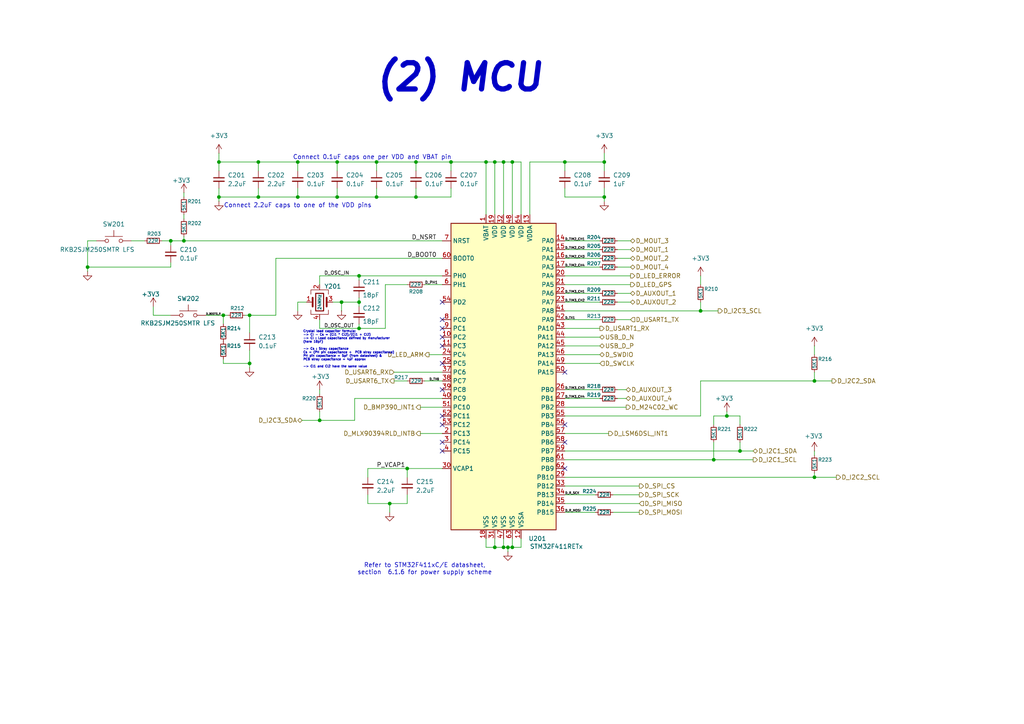
<source format=kicad_sch>
(kicad_sch (version 20250114) (generator "eeschema") (generator_version "9.0")
  (paper "A4")
  (title_block (title "Udayate") (date "2025-08-24") (rev "1") (comment 2 "LICENSE: CERN-OHL-S-2.0") (comment 3 "GitHub: https://github.com/Ozonised/Udayate") (comment 4 "Designed by: Farhan Khan"))
  (lib_symbols
    (symbol "Device:C_Small" (pin_numbers (hide yes)) (pin_names (offset 0.254) (hide yes))
      (property "Reference" "C" (at 0.254 1.778 0))
      (property "Value" "C_Small" (at 0.254 -2.032 0))
      (symbol "C_Small_0_1"
        (polyline (pts (xy -1.524 0.508) (xy 1.524 0.508)) (stroke (width 0.3048)))
        (polyline (pts (xy -1.524 -0.508) (xy 1.524 -0.508)) (stroke (width 0.3302)))
      )
      (symbol "C_Small_1_1"
        (pin passive line (at 0 2.54 270) (length 2.032) (name "~") (number "1"))
        (pin passive line (at 0 -2.54 90) (length 2.032) (name "~") (number "2"))
      )
    )
    (symbol "Device:Crystal_GND24" (pin_names (offset 1.016) (hide yes))
      (property "Reference" "Y" (at 3.175 5.08 0))
      (property "Value" "Crystal_GND24" (at 3.175 3.175 0))
      (symbol "Crystal_GND24_0_1"
        (polyline (pts (xy -2.54 2.286) (xy -2.54 3.556) (xy 2.54 3.556) (xy 2.54 2.286)))
        (polyline (pts (xy -2.54 0) (xy -2.032 0)))
        (polyline (pts (xy -2.54 -2.286) (xy -2.54 -3.556) (xy 2.54 -3.556) (xy 2.54 -2.286)))
        (polyline (pts (xy -2.032 -1.27) (xy -2.032 1.27)) (stroke (width 0.508)))
        (rectangle (start -1.143 2.54) (end 1.143 -2.54) (stroke (width 0.3048)))
        (polyline (pts (xy 0 3.556) (xy 0 3.81)))
        (polyline (pts (xy 0 -3.81) (xy 0 -3.556)))
        (polyline (pts (xy 2.032 0) (xy 2.54 0)))
        (polyline (pts (xy 2.032 -1.27) (xy 2.032 1.27)) (stroke (width 0.508)))
      )
      (symbol "Crystal_GND24_1_1"
        (pin passive line (at -3.81 0 0) (length 1.27) (name "1") (number "1"))
        (pin passive line (at 0 5.08 270) (length 1.27) (name "2") (number "2"))
        (pin passive line (at 0 -5.08 90) (length 1.27) (name "4") (number "4"))
        (pin passive line (at 3.81 0 180) (length 1.27) (name "3") (number "3"))
      )
    )
    (symbol "Device:R_Small" (pin_numbers (hide yes)) (pin_names (offset 0.254) (hide yes))
      (property "Reference" "R" (at 0 0 90))
      (property "Value" "R_Small" (at 1.778 0 90))
      (symbol "R_Small_0_1"
        (rectangle (start -0.762 1.778) (end 0.762 -1.778) (stroke (width 0.2032)))
      )
      (symbol "R_Small_1_1"
        (pin passive line (at 0 2.54 270) (length 0.762) (name "~") (number "1"))
        (pin passive line (at 0 -2.54 90) (length 0.762) (name "~") (number "2"))
      )
    )
    (symbol "MCU_ST_STM32F4:STM32F411RETx"
      (property "Reference" "U3" (at 7.2233 -45.72 0))
      (property "Value" "STM32F411RETx" (at 7.62 -48.006 0))
      (symbol "STM32F411RETx_0_1"
        (rectangle (start -15.24 45.72) (end 15.24 -43.18) (stroke (width 0.254)) (fill (type background)))
      )
      (symbol "STM32F411RETx_1_1"
        (pin input line (at -17.78 40.64 0) (length 2.54) (name "NRST") (number "7"))
        (pin input line (at -17.78 35.56 0) (length 2.54) (name "BOOT0") (number "60"))
        (pin bidirectional line (at -17.78 30.48 0) (length 2.54) (name "PH0") (number "5"))
        (pin bidirectional line (at -17.78 27.94 0) (length 2.54) (name "PH1") (number "6"))
        (pin bidirectional line (at -17.78 22.86 0) (length 2.54) (name "PD2") (number "54"))
        (pin bidirectional line (at -17.78 17.78 0) (length 2.54) (name "PC0") (number "8"))
        (pin bidirectional line (at -17.78 15.24 0) (length 2.54) (name "PC1") (number "9"))
        (pin bidirectional line (at -17.78 12.7 0) (length 2.54) (name "PC2") (number "10"))
        (pin bidirectional line (at -17.78 10.16 0) (length 2.54) (name "PC3") (number "11"))
        (pin bidirectional line (at -17.78 7.62 0) (length 2.54) (name "PC4") (number "24"))
        (pin bidirectional line (at -17.78 5.08 0) (length 2.54) (name "PC5") (number "25"))
        (pin bidirectional line (at -17.78 2.54 0) (length 2.54) (name "PC6") (number "37"))
        (pin bidirectional line (at -17.78 0 0) (length 2.54) (name "PC7") (number "38"))
        (pin bidirectional line (at -17.78 -2.54 0) (length 2.54) (name "PC8") (number "39"))
        (pin bidirectional line (at -17.78 -5.08 0) (length 2.54) (name "PC9") (number "40"))
        (pin bidirectional line (at -17.78 -7.62 0) (length 2.54) (name "PC10") (number "51"))
        (pin bidirectional line (at -17.78 -10.16 0) (length 2.54) (name "PC11") (number "52"))
        (pin bidirectional line (at -17.78 -12.7 0) (length 2.54) (name "PC12") (number "53"))
        (pin bidirectional line (at -17.78 -15.24 0) (length 2.54) (name "PC13") (number "2"))
        (pin bidirectional line (at -17.78 -17.78 0) (length 2.54) (name "PC14") (number "3"))
        (pin bidirectional line (at -17.78 -20.32 0) (length 2.54) (name "PC15") (number "4"))
        (pin power_out line (at -17.78 -25.4 0) (length 2.54) (name "VCAP1") (number "30"))
        (pin power_in line (at -5.08 48.26 270) (length 2.54) (name "VBAT") (number "1"))
        (pin power_in line (at -5.08 -45.72 90) (length 2.54) (name "VSS") (number "18"))
        (pin power_in line (at -2.54 48.26 270) (length 2.54) (name "VDD") (number "19"))
        (pin power_in line (at -2.54 -45.72 90) (length 2.54) (name "VSS") (number "31"))
        (pin power_in line (at 0 48.26 270) (length 2.54) (name "VDD") (number "32"))
        (pin power_in line (at 0 -45.72 90) (length 2.54) (name "VSS") (number "47"))
        (pin power_in line (at 2.54 48.26 270) (length 2.54) (name "VDD") (number "48"))
        (pin power_in line (at 2.54 -45.72 90) (length 2.54) (name "VSS") (number "63"))
        (pin power_in line (at 5.08 48.26 270) (length 2.54) (name "VDD") (number "64"))
        (pin power_in line (at 5.08 -45.72 90) (length 2.54) (name "VSSA") (number "12"))
        (pin power_in line (at 7.62 48.26 270) (length 2.54) (name "VDDA") (number "13"))
        (pin bidirectional line (at 17.78 40.64 180) (length 2.54) (name "PA0") (number "14"))
        (pin bidirectional line (at 17.78 38.1 180) (length 2.54) (name "PA1") (number "15"))
        (pin bidirectional line (at 17.78 35.56 180) (length 2.54) (name "PA2") (number "16"))
        (pin bidirectional line (at 17.78 33.02 180) (length 2.54) (name "PA3") (number "17"))
        (pin bidirectional line (at 17.78 30.48 180) (length 2.54) (name "PA4") (number "20"))
        (pin bidirectional line (at 17.78 27.94 180) (length 2.54) (name "PA5") (number "21"))
        (pin bidirectional line (at 17.78 25.4 180) (length 2.54) (name "PA6") (number "22"))
        (pin bidirectional line (at 17.78 22.86 180) (length 2.54) (name "PA7") (number "23"))
        (pin bidirectional line (at 17.78 20.32 180) (length 2.54) (name "PA8") (number "41"))
        (pin bidirectional line (at 17.78 17.78 180) (length 2.54) (name "PA9") (number "42"))
        (pin bidirectional line (at 17.78 15.24 180) (length 2.54) (name "PA10") (number "43"))
        (pin bidirectional line (at 17.78 12.7 180) (length 2.54) (name "PA11") (number "44"))
        (pin bidirectional line (at 17.78 10.16 180) (length 2.54) (name "PA12") (number "45"))
        (pin bidirectional line (at 17.78 7.62 180) (length 2.54) (name "PA13") (number "46"))
        (pin bidirectional line (at 17.78 5.08 180) (length 2.54) (name "PA14") (number "49"))
        (pin bidirectional line (at 17.78 2.54 180) (length 2.54) (name "PA15") (number "50"))
        (pin bidirectional line (at 17.78 -2.54 180) (length 2.54) (name "PB0") (number "26"))
        (pin bidirectional line (at 17.78 -5.08 180) (length 2.54) (name "PB1") (number "27"))
        (pin bidirectional line (at 17.78 -7.62 180) (length 2.54) (name "PB2") (number "28"))
        (pin bidirectional line (at 17.78 -10.16 180) (length 2.54) (name "PB3") (number "55"))
        (pin bidirectional line (at 17.78 -12.7 180) (length 2.54) (name "PB4") (number "56"))
        (pin bidirectional line (at 17.78 -15.24 180) (length 2.54) (name "PB5") (number "57"))
        (pin bidirectional line (at 17.78 -17.78 180) (length 2.54) (name "PB6") (number "58"))
        (pin bidirectional line (at 17.78 -20.32 180) (length 2.54) (name "PB7") (number "59"))
        (pin bidirectional line (at 17.78 -22.86 180) (length 2.54) (name "PB8") (number "61"))
        (pin bidirectional line (at 17.78 -25.4 180) (length 2.54) (name "PB9") (number "62"))
        (pin bidirectional line (at 17.78 -27.94 180) (length 2.54) (name "PB10") (number "29"))
        (pin bidirectional line (at 17.78 -30.48 180) (length 2.54) (name "PB12") (number "33"))
        (pin bidirectional line (at 17.78 -33.02 180) (length 2.54) (name "PB13") (number "34"))
        (pin bidirectional line (at 17.78 -35.56 180) (length 2.54) (name "PB14") (number "35"))
        (pin bidirectional line (at 17.78 -38.1 180) (length 2.54) (name "PB15") (number "36"))
      )
    )
    (symbol "Switch:SW_Push" (pin_numbers (hide yes)) (pin_names (offset 1.016) (hide yes))
      (property "Reference" "SW" (at 1.27 2.54 0))
      (property "Value" "SW_Push" (at 0 -1.524 0))
      (symbol "SW_Push_0_1"
        (circle (center -2.032 0) (radius 0.508))
        (polyline (pts (xy 0 1.27) (xy 0 3.048)))
        (circle (center 2.032 0) (radius 0.508))
        (polyline (pts (xy 2.54 1.27) (xy -2.54 1.27)))
        (pin passive line (at -5.08 0 0) (length 2.54) (name "1") (number "1"))
        (pin passive line (at 5.08 0 180) (length 2.54) (name "2") (number "2"))
      )
    )
    (symbol "power:+3V3" (power) (pin_numbers (hide yes)) (pin_names (offset 0) (hide yes))
      (property "Value" "+3V3" (at 0 3.556 0))
      (symbol "+3V3_0_1"
        (polyline (pts (xy -0.762 1.27) (xy 0 2.54)))
        (polyline (pts (xy 0 2.54) (xy 0.762 1.27)))
        (polyline (pts (xy 0 0) (xy 0 2.54)))
      )
      (symbol "+3V3_1_1"
        (pin power_in line (at 0 0 90) (length 0) (name "~") (number "1"))
      )
    )
    (symbol "power:GND" (power) (pin_numbers (hide yes)) (pin_names (offset 0) (hide yes))
      (property "Value" "GND" (at 0 -3.81 0))
      (symbol "GND_0_1"
        (polyline (pts (xy 0 0) (xy 0 -1.27) (xy 1.27 -1.27) (xy 0 -2.54) (xy -1.27 -1.27) (xy 0 -1.27)))
      )
      (symbol "GND_1_1"
        (pin power_in line (at 0 0 270) (length 0) (name "~") (number "1"))
      )
    )
  )
  (text "Connect 0.1uF caps one per VDD and VBAT pin" (at 107.95 45.72 0) (effects (font (size 1.27 1.27))))
  (text "Refer to STM32F411xC/E datasheet,\nsection  6.1.6 for power supply scheme" (at 123.19 165.1 0) (effects (font (size 1.27 1.27))))
  (text "Connect 2.2uF caps to one of the VDD pins" (at 86.36 59.69 0) (effects (font (size 1.27 1.27))))
  (text "(2) MCU" (at 133.35 22.606 0) (effects (font (size 7.62 7.62) (thickness 1.524) (bold yes) (italic yes))))
  (text "Crystal load capacitor formula:\n-> Cl - Cs = (Cl1 * Cl2)/(Cl1 + Cl2)\n-> Cl : Load capacitance defined by manufacturer\n(here 18pF)\n\n-> Cs : Stray capacitance\nCs = (PH pin capacitance +  PCB stray capacitance)\nPH pin capacitance = 5pF (from datasheet) & \nPCB stray capacitance = 4pF approx\n\n-> Cl1 and Cl2 have the same value" (at 87.884 101.346 0) (effects (font (size 0.635 0.635)) (justify left)))
  (junction (at 72.39 105.41))
  (junction (at 146.05 46.99))
  (junction (at 120.65 57.15))
  (junction (at 203.2 90.17))
  (junction (at 25.4 77.47))
  (junction (at 214.63 130.81))
  (junction (at 72.39 91.44))
  (junction (at 92.71 121.92))
  (junction (at 130.81 46.99))
  (junction (at 74.93 57.15))
  (junction (at 236.22 138.43))
  (junction (at 148.59 158.75))
  (junction (at 207.01 133.35))
  (junction (at 113.03 146.05))
  (junction (at 86.36 46.99))
  (junction (at 53.34 69.85))
  (junction (at 109.22 57.15))
  (junction (at 147.32 158.75))
  (junction (at 74.93 46.99))
  (junction (at 236.22 110.49))
  (junction (at 64.77 91.44))
  (junction (at 143.51 46.99))
  (junction (at 104.14 80.01))
  (junction (at 146.05 158.75))
  (junction (at 104.14 95.25))
  (junction (at 148.59 46.99))
  (junction (at 99.06 87.63))
  (junction (at 143.51 158.75))
  (junction (at 175.26 46.99))
  (junction (at 109.22 46.99))
  (junction (at 120.65 46.99))
  (junction (at 63.5 57.15))
  (junction (at 104.14 87.63))
  (junction (at 97.79 46.99))
  (junction (at 49.53 69.85))
  (junction (at 118.11 135.89))
  (junction (at 140.97 46.99))
  (junction (at 163.83 46.99))
  (junction (at 63.5 46.99))
  (junction (at 210.82 120.65))
  (junction (at 97.79 57.15))
  (junction (at 175.26 57.15))
  (junction (at 86.36 57.15))
  (no_connect (at 163.83 107.95))
  (no_connect (at 128.27 113.03))
  (no_connect (at 163.83 128.27))
  (no_connect (at 163.83 123.19))
  (no_connect (at 128.27 123.19))
  (no_connect (at 128.27 120.65))
  (no_connect (at 128.27 130.81))
  (no_connect (at 128.27 97.79))
  (no_connect (at 163.83 135.89))
  (no_connect (at 128.27 95.25))
  (no_connect (at 128.27 92.71))
  (no_connect (at 128.27 105.41))
  (no_connect (at 128.27 100.33))
  (no_connect (at 128.27 87.63))
  (no_connect (at 128.27 128.27))
  (wire (pts (xy 109.22 54.61) (xy 109.22 57.15)))
  (wire (pts (xy 74.93 46.99) (xy 74.93 49.53)))
  (wire (pts (xy 236.22 100.33) (xy 236.22 102.87)))
  (wire (pts (xy 111.76 82.55) (xy 118.11 82.55)))
  (wire (pts (xy 71.12 91.44) (xy 72.39 91.44)))
  (wire (pts (xy 163.83 57.15) (xy 175.26 57.15)))
  (wire (pts (xy 182.88 77.47) (xy 179.07 77.47)))
  (wire (pts (xy 97.79 46.99) (xy 97.79 49.53)))
  (wire (pts (xy 163.83 148.59) (xy 172.72 148.59)))
  (wire (pts (xy 130.81 46.99) (xy 130.81 49.53)))
  (wire (pts (xy 63.5 46.99) (xy 63.5 49.53)))
  (wire (pts (xy 49.53 69.85) (xy 53.34 69.85)))
  (wire (pts (xy 163.83 138.43) (xy 236.22 138.43)))
  (wire (pts (xy 148.59 156.21) (xy 148.59 158.75)))
  (wire (pts (xy 102.87 115.57) (xy 128.27 115.57)))
  (wire (pts (xy 97.79 54.61) (xy 97.79 57.15)))
  (wire (pts (xy 214.63 123.19) (xy 214.63 120.65)))
  (wire (pts (xy 163.83 77.47) (xy 173.99 77.47)))
  (wire (pts (xy 163.83 146.05) (xy 185.42 146.05)))
  (wire (pts (xy 46.99 69.85) (xy 49.53 69.85)))
  (wire (pts (xy 88.9 87.63) (xy 86.36 87.63)))
  (wire (pts (xy 214.63 130.81) (xy 218.44 130.81)))
  (wire (pts (xy 163.83 87.63) (xy 173.99 87.63)))
  (wire (pts (xy 146.05 46.99) (xy 146.05 62.23)))
  (wire (pts (xy 72.39 101.6) (xy 72.39 105.41)))
  (wire (pts (xy 86.36 49.53) (xy 86.36 46.99)))
  (wire (pts (xy 64.77 91.44) (xy 66.04 91.44)))
  (wire (pts (xy 109.22 57.15) (xy 120.65 57.15)))
  (wire (pts (xy 210.82 120.65) (xy 214.63 120.65)))
  (wire (pts (xy 148.59 46.99) (xy 148.59 62.23)))
  (wire (pts (xy 102.87 115.57) (xy 102.87 121.92)))
  (wire (pts (xy 151.13 156.21) (xy 151.13 158.75)))
  (wire (pts (xy 104.14 87.63) (xy 104.14 88.9)))
  (wire (pts (xy 86.36 57.15) (xy 86.36 54.61)))
  (wire (pts (xy 182.88 69.85) (xy 179.07 69.85)))
  (wire (pts (xy 123.19 110.49) (xy 128.27 110.49)))
  (wire (pts (xy 163.83 90.17) (xy 203.2 90.17)))
  (wire (pts (xy 106.68 135.89) (xy 106.68 138.43)))
  (wire (pts (xy 86.36 46.99) (xy 97.79 46.99)))
  (wire (pts (xy 104.14 80.01) (xy 104.14 81.28)))
  (wire (pts (xy 130.81 46.99) (xy 140.97 46.99)))
  (wire (pts (xy 49.53 91.44) (xy 44.45 91.44)))
  (wire (pts (xy 236.22 130.81) (xy 236.22 132.08)))
  (wire (pts (xy 63.5 46.99) (xy 74.93 46.99)))
  (wire (pts (xy 140.97 46.99) (xy 143.51 46.99)))
  (wire (pts (xy 163.83 92.71) (xy 173.99 92.71)))
  (wire (pts (xy 163.83 54.61) (xy 163.83 57.15)))
  (wire (pts (xy 175.26 57.15) (xy 175.26 58.42)))
  (wire (pts (xy 38.1 69.85) (xy 41.91 69.85)))
  (wire (pts (xy 92.71 121.92) (xy 102.87 121.92)))
  (wire (pts (xy 118.11 135.89) (xy 128.27 135.89)))
  (wire (pts (xy 214.63 128.27) (xy 214.63 130.81)))
  (wire (pts (xy 143.51 158.75) (xy 146.05 158.75)))
  (wire (pts (xy 163.83 69.85) (xy 173.99 69.85)))
  (wire (pts (xy 163.83 113.03) (xy 173.99 113.03)))
  (wire (pts (xy 210.82 119.38) (xy 210.82 120.65)))
  (wire (pts (xy 104.14 93.98) (xy 104.14 95.25)))
  (wire (pts (xy 177.8 148.59) (xy 185.42 148.59)))
  (wire (pts (xy 104.14 86.36) (xy 104.14 87.63)))
  (wire (pts (xy 151.13 62.23) (xy 151.13 46.99)))
  (wire (pts (xy 175.26 54.61) (xy 175.26 57.15)))
  (wire (pts (xy 179.07 92.71) (xy 182.88 92.71)))
  (wire (pts (xy 74.93 57.15) (xy 74.93 54.61)))
  (wire (pts (xy 148.59 46.99) (xy 151.13 46.99)))
  (wire (pts (xy 181.61 115.57) (xy 179.07 115.57)))
  (wire (pts (xy 163.83 49.53) (xy 163.83 46.99)))
  (wire (pts (xy 143.51 46.99) (xy 146.05 46.99)))
  (wire (pts (xy 181.61 113.03) (xy 179.07 113.03)))
  (wire (pts (xy 163.83 100.33) (xy 173.99 100.33)))
  (wire (pts (xy 163.83 95.25) (xy 173.99 95.25)))
  (wire (pts (xy 163.83 82.55) (xy 182.88 82.55)))
  (wire (pts (xy 97.79 57.15) (xy 109.22 57.15)))
  (wire (pts (xy 163.83 46.99) (xy 175.26 46.99)))
  (wire (pts (xy 92.71 80.01) (xy 92.71 82.55)))
  (wire (pts (xy 207.01 133.35) (xy 218.44 133.35)))
  (wire (pts (xy 163.83 133.35) (xy 207.01 133.35)))
  (wire (pts (xy 80.01 74.93) (xy 80.01 91.44)))
  (wire (pts (xy 106.68 146.05) (xy 113.03 146.05)))
  (wire (pts (xy 146.05 156.21) (xy 146.05 158.75)))
  (wire (pts (xy 104.14 95.25) (xy 111.76 95.25)))
  (wire (pts (xy 104.14 80.01) (xy 128.27 80.01)))
  (wire (pts (xy 163.83 143.51) (xy 172.72 143.51)))
  (wire (pts (xy 109.22 46.99) (xy 120.65 46.99)))
  (wire (pts (xy 59.69 91.44) (xy 64.77 91.44)))
  (wire (pts (xy 121.92 125.73) (xy 128.27 125.73)))
  (wire (pts (xy 120.65 54.61) (xy 120.65 57.15)))
  (wire (pts (xy 120.65 57.15) (xy 130.81 57.15)))
  (wire (pts (xy 123.19 82.55) (xy 128.27 82.55)))
  (wire (pts (xy 53.34 69.85) (xy 128.27 69.85)))
  (wire (pts (xy 113.03 146.05) (xy 113.03 148.59)))
  (wire (pts (xy 182.88 87.63) (xy 179.07 87.63)))
  (wire (pts (xy 92.71 113.03) (xy 92.71 114.3)))
  (wire (pts (xy 74.93 57.15) (xy 86.36 57.15)))
  (wire (pts (xy 111.76 82.55) (xy 111.76 95.25)))
  (wire (pts (xy 74.93 46.99) (xy 86.36 46.99)))
  (wire (pts (xy 124.46 102.87) (xy 128.27 102.87)))
  (wire (pts (xy 97.79 46.99) (xy 109.22 46.99)))
  (wire (pts (xy 27.94 69.85) (xy 25.4 69.85)))
  (wire (pts (xy 64.77 105.41) (xy 72.39 105.41)))
  (wire (pts (xy 146.05 46.99) (xy 148.59 46.99)))
  (wire (pts (xy 44.45 88.9) (xy 44.45 91.44)))
  (wire (pts (xy 25.4 77.47) (xy 49.53 77.47)))
  (wire (pts (xy 203.2 80.01) (xy 203.2 82.55)))
  (wire (pts (xy 63.5 57.15) (xy 63.5 58.42)))
  (wire (pts (xy 128.27 74.93) (xy 80.01 74.93)))
  (wire (pts (xy 53.34 55.88) (xy 53.34 57.15)))
  (wire (pts (xy 163.83 118.11) (xy 181.61 118.11)))
  (wire (pts (xy 163.83 140.97) (xy 185.42 140.97)))
  (wire (pts (xy 72.39 91.44) (xy 80.01 91.44)))
  (wire (pts (xy 163.83 80.01) (xy 182.88 80.01)))
  (wire (pts (xy 64.77 91.44) (xy 64.77 93.98)))
  (wire (pts (xy 140.97 46.99) (xy 140.97 62.23)))
  (wire (pts (xy 175.26 44.45) (xy 175.26 46.99)))
  (wire (pts (xy 49.53 77.47) (xy 49.53 76.2)))
  (wire (pts (xy 64.77 104.14) (xy 64.77 105.41)))
  (wire (pts (xy 148.59 158.75) (xy 151.13 158.75)))
  (wire (pts (xy 203.2 90.17) (xy 208.28 90.17)))
  (wire (pts (xy 25.4 77.47) (xy 25.4 78.74)))
  (wire (pts (xy 163.83 125.73) (xy 176.53 125.73)))
  (wire (pts (xy 96.52 87.63) (xy 99.06 87.63)))
  (wire (pts (xy 53.34 62.23) (xy 53.34 63.5)))
  (wire (pts (xy 86.36 87.63) (xy 86.36 90.17)))
  (wire (pts (xy 49.53 69.85) (xy 49.53 71.12)))
  (wire (pts (xy 106.68 143.51) (xy 106.68 146.05)))
  (wire (pts (xy 236.22 107.95) (xy 236.22 110.49)))
  (wire (pts (xy 114.3 107.95) (xy 128.27 107.95)))
  (wire (pts (xy 106.68 135.89) (xy 118.11 135.89)))
  (wire (pts (xy 118.11 135.89) (xy 118.11 138.43)))
  (wire (pts (xy 163.83 97.79) (xy 173.99 97.79)))
  (wire (pts (xy 63.5 57.15) (xy 74.93 57.15)))
  (wire (pts (xy 120.65 46.99) (xy 120.65 49.53)))
  (wire (pts (xy 163.83 85.09) (xy 173.99 85.09)))
  (wire (pts (xy 177.8 143.51) (xy 185.42 143.51)))
  (wire (pts (xy 72.39 91.44) (xy 72.39 96.52)))
  (wire (pts (xy 146.05 158.75) (xy 147.32 158.75)))
  (wire (pts (xy 236.22 138.43) (xy 242.57 138.43)))
  (wire (pts (xy 109.22 46.99) (xy 109.22 49.53)))
  (wire (pts (xy 203.2 87.63) (xy 203.2 90.17)))
  (wire (pts (xy 182.88 85.09) (xy 179.07 85.09)))
  (wire (pts (xy 173.99 105.41) (xy 163.83 105.41)))
  (wire (pts (xy 163.83 74.93) (xy 173.99 74.93)))
  (wire (pts (xy 203.2 120.65) (xy 203.2 110.49)))
  (wire (pts (xy 92.71 95.25) (xy 104.14 95.25)))
  (wire (pts (xy 114.3 110.49) (xy 118.11 110.49)))
  (wire (pts (xy 120.65 46.99) (xy 130.81 46.99)))
  (wire (pts (xy 86.36 57.15) (xy 97.79 57.15)))
  (wire (pts (xy 92.71 80.01) (xy 104.14 80.01)))
  (wire (pts (xy 203.2 110.49) (xy 236.22 110.49)))
  (wire (pts (xy 175.26 46.99) (xy 175.26 49.53)))
  (wire (pts (xy 143.51 156.21) (xy 143.51 158.75)))
  (wire (pts (xy 153.67 46.99) (xy 163.83 46.99)))
  (wire (pts (xy 143.51 46.99) (xy 143.51 62.23)))
  (wire (pts (xy 92.71 119.38) (xy 92.71 121.92)))
  (wire (pts (xy 182.88 74.93) (xy 179.07 74.93)))
  (wire (pts (xy 118.11 146.05) (xy 118.11 143.51)))
  (wire (pts (xy 207.01 120.65) (xy 207.01 123.19)))
  (wire (pts (xy 53.34 68.58) (xy 53.34 69.85)))
  (wire (pts (xy 147.32 158.75) (xy 148.59 158.75)))
  (wire (pts (xy 92.71 92.71) (xy 92.71 95.25)))
  (wire (pts (xy 87.63 121.92) (xy 92.71 121.92)))
  (wire (pts (xy 163.83 120.65) (xy 203.2 120.65)))
  (wire (pts (xy 72.39 105.41) (xy 72.39 106.68)))
  (wire (pts (xy 63.5 54.61) (xy 63.5 57.15)))
  (wire (pts (xy 140.97 158.75) (xy 143.51 158.75)))
  (wire (pts (xy 163.83 130.81) (xy 214.63 130.81)))
  (wire (pts (xy 163.83 115.57) (xy 173.99 115.57)))
  (wire (pts (xy 130.81 54.61) (xy 130.81 57.15)))
  (wire (pts (xy 173.99 102.87) (xy 163.83 102.87)))
  (wire (pts (xy 25.4 69.85) (xy 25.4 77.47)))
  (wire (pts (xy 182.88 72.39) (xy 179.07 72.39)))
  (wire (pts (xy 236.22 137.16) (xy 236.22 138.43)))
  (wire (pts (xy 63.5 44.45) (xy 63.5 46.99)))
  (wire (pts (xy 163.83 72.39) (xy 173.99 72.39)))
  (wire (pts (xy 121.92 118.11) (xy 128.27 118.11)))
  (wire (pts (xy 99.06 87.63) (xy 104.14 87.63)))
  (wire (pts (xy 153.67 46.99) (xy 153.67 62.23)))
  (wire (pts (xy 113.03 146.05) (xy 118.11 146.05)))
  (wire (pts (xy 207.01 128.27) (xy 207.01 133.35)))
  (wire (pts (xy 140.97 156.21) (xy 140.97 158.75)))
  (wire (pts (xy 236.22 110.49) (xy 241.3 110.49)))
  (wire (pts (xy 147.32 158.75) (xy 147.32 160.02)))
  (wire (pts (xy 207.01 120.65) (xy 210.82 120.65)))
  (wire (pts (xy 99.06 87.63) (xy 99.06 90.17)))
  (label "D_TIM2_CH1" (at 163.83 69.85 0) (effects (font (size 0.635 0.635))))
  (label "D_TX6" (at 124.46 110.49 0) (effects (font (size 0.635 0.635))))
  (label "D_TIM3_CH2" (at 163.83 87.63 0) (effects (font (size 0.635 0.635))))
  (label "D_TIM3_CH3" (at 163.83 113.03 0) (effects (font (size 0.635 0.635))))
  (label "D_TIM2_CH3" (at 163.83 74.93 0) (effects (font (size 0.635 0.635))))
  (label "D_TIM2_CH4" (at 163.83 77.47 0) (effects (font (size 0.635 0.635))))
  (label "P_VCAP1" (at 109.22 135.89 0))
  (label "D_BOOT0" (at 118.11 74.93 0))
  (label "D_TX1" (at 163.83 92.71 0) (effects (font (size 0.635 0.635))))
  (label "D_R_SCK" (at 163.83 143.51 0) (effects (font (size 0.635 0.635))))
  (label "D_TIM3_CH4" (at 163.83 115.57 0) (effects (font (size 0.635 0.635))))
  (label "D_NSRT" (at 119.38 69.85 0))
  (label "D_OSC_OUT" (at 93.98 95.25 0) (effects (font (size 1.016 1.016))))
  (label "D_OSC_IN" (at 93.98 80.01 0) (effects (font (size 1.016 1.016))))
  (label "D_PH1" (at 123.19 82.55 0) (effects (font (size 0.762 0.762))))
  (label "D_TIM3_CH1" (at 163.83 85.09 0) (effects (font (size 0.635 0.635))))
  (label "D_R_MOSI" (at 163.83 148.59 0) (effects (font (size 0.635 0.635))))
  (label "D_BOOT0_R" (at 59.69 91.44 0) (effects (font (size 0.508 0.508))))
  (label "D_TIM2_CH2" (at 163.83 72.39 0) (effects (font (size 0.635 0.635))))
  (hierarchical_label "D_MOUT_2" (shape bidirectional) (at 182.88 74.93 0))
  (hierarchical_label "D_SWCLK" (shape input) (at 173.99 105.41 0))
  (hierarchical_label "D_LED_ARM" (shape output) (at 124.46 102.87 180) (effects (font (thickness 0.1588))))
  (hierarchical_label "D_AUXOUT_1" (shape bidirectional) (at 182.88 85.09 0))
  (hierarchical_label "D_I2C2_SCL" (shape output) (at 242.57 138.43 0))
  (hierarchical_label "D_I2C1_SDA" (shape bidirectional) (at 218.44 130.81 0))
  (hierarchical_label "USB_D_N" (shape bidirectional) (at 173.99 97.79 0))
  (hierarchical_label "D_SPI_SCK" (shape output) (at 185.42 143.51 0))
  (hierarchical_label "D_M24C02_WC" (shape output) (at 181.61 118.11 0))
  (hierarchical_label "D_I2C1_SCL" (shape output) (at 218.44 133.35 0))
  (hierarchical_label "D_SPI_MOSI" (shape output) (at 185.42 148.59 0))
  (hierarchical_label "D_USART1_TX" (shape input) (at 182.88 92.71 0))
  (hierarchical_label "D_USART6_TX" (shape output) (at 114.3 110.49 180))
  (hierarchical_label "D_I2C3_SCL" (shape output) (at 208.28 90.17 0))
  (hierarchical_label "D_SWDIO" (shape bidirectional) (at 173.99 102.87 0))
  (hierarchical_label "D_SPI_MISO" (shape input) (at 185.42 146.05 0))
  (hierarchical_label "USB_D_P" (shape bidirectional) (at 173.99 100.33 0))
  (hierarchical_label "D_LSM6DSL_INT1" (shape output) (at 176.53 125.73 0))
  (hierarchical_label "D_MOUT_4" (shape bidirectional) (at 182.88 77.47 0))
  (hierarchical_label "D_MOUT_3" (shape bidirectional) (at 182.88 69.85 0))
  (hierarchical_label "D_BMP390_INT1" (shape output) (at 121.92 118.11 180))
  (hierarchical_label "D_AUXOUT_4" (shape bidirectional) (at 181.61 115.57 0))
  (hierarchical_label "D_AUXOUT_3" (shape bidirectional) (at 181.61 113.03 0))
  (hierarchical_label "D_I2C3_SDA" (shape bidirectional) (at 87.63 121.92 180))
  (hierarchical_label "D_USART1_RX" (shape output) (at 173.99 95.25 0))
  (hierarchical_label "D_LED_GPS" (shape output) (at 182.88 82.55 0) (effects (font (thickness 0.1588))))
  (hierarchical_label "D_MOUT_1" (shape bidirectional) (at 182.88 72.39 0))
  (hierarchical_label "D_SPI_CS" (shape output) (at 185.42 140.97 0))
  (hierarchical_label "D_LED_ERROR" (shape output) (at 182.88 80.01 0) (effects (font (thickness 0.1588))))
  (hierarchical_label "D_MLX90394RLD_INTB" (shape output) (at 121.92 125.73 180))
  (hierarchical_label "D_USART6_RX" (shape input) (at 114.3 107.95 180))
  (hierarchical_label "D_AUXOUT_2" (shape bidirectional) (at 182.88 87.63 0))
  (hierarchical_label "D_I2C2_SDA" (shape output) (at 241.3 110.49 0))
  (symbol (lib_id "MCU_ST_STM32F4:STM32F411RETx") (at 146.05 110.49 0) (unit 1)
    (property "Reference" "U201" (at 153.2733 156.21 0) (effects (justify left)))
    (property "Value" "STM32F411RETx" (at 153.67 158.496 0) (effects (justify left)))
    (property "Footprint" "Package_QFP:LQFP-64_10x10mm_P0.5mm" (effects (hide yes)))
    (property "Datasheet" "https://www.st.com/resource/en/datasheet/stm32f411re.pdf" (effects (hide yes)))
    (property "Description" "STMicroelectronics Arm Cortex-M4 MCU, 512KB flash, 128KB RAM, 100 MHz, 1.7-3.6V, 50 GPIO, LQFP64" (effects (hide yes)))
    (property "MPN" "STM32F411RET6" (effects (hide yes)))
    (property "Manufacturer" "STMicroelectronics" (effects (hide yes)))
  )
  (symbol (lib_id "Device:C_Small") (at 104.14 91.44 0) (unit 1)
    (property "Reference" "C212" (at 105.156 89.408 0) (effects (justify left)))
    (property "Value" "18pF" (at 105.156 93.218 0) (effects (justify left)))
    (property "Footprint" "Capacitor_SMD:C_0603_1608Metric_Pad1.08x0.95mm_HandSolder" (effects (hide yes)))
    (property "Description" "Unpolarized capacitor, small symbol" (effects (hide yes)))
    (property "MPN" "06035A180JAT4A" (effects (hide yes)))
    (property "Manufacturer" "AVX" (effects (hide yes)))
  )
  (symbol (lib_id "Device:R_Small") (at 176.53 69.85 270) (unit 1)
    (property "Reference" "R204" (at 170.18 68.834 90) (effects (font (size 1.016 1.016)) (justify left)))
    (property "Value" "22R" (at 175.006 69.85 90) (effects (font (size 1.016 1.016)) (justify left)))
    (property "Footprint" "Resistor_SMD:R_0603_1608Metric_Pad0.98x0.95mm_HandSolder" (effects (hide yes)))
    (property "Description" "Resistor, small symbol" (effects (hide yes)))
    (property "MPN" "CR0603-FX-22R0ELF" (effects (hide yes)))
    (property "Manufacturer" "Bourns" (effects (hide yes)))
  )
  (symbol (lib_id "Device:C_Small") (at 86.36 52.07 0) (unit 1)
    (property "Reference" "C203" (at 88.9 50.8062 0) (effects (justify left)))
    (property "Value" "0.1uF" (at 88.9 53.3462 0) (effects (justify left)))
    (property "Footprint" "Capacitor_SMD:C_0603_1608Metric_Pad1.08x0.95mm_HandSolder" (effects (hide yes)))
    (property "Description" "Unpolarized capacitor, small symbol" (effects (hide yes)))
    (property "MPN" "C1608X5R1H104K080AA" (effects (hide yes)))
    (property "Manufacturer" "TDK" (effects (hide yes)))
  )
  (symbol (lib_id "Device:C_Small") (at 63.5 52.07 0) (unit 1)
    (property "Reference" "C201" (at 66.04 50.8062 0) (effects (justify left)))
    (property "Value" "2.2uF" (at 66.04 53.3462 0) (effects (justify left)))
    (property "Footprint" "Capacitor_SMD:C_0805_2012Metric_Pad1.18x1.45mm_HandSolder" (effects (hide yes)))
    (property "Description" "Ceramic Capacitor, Ceramic, 16V, 20% +Tol, 20% -Tol, X7R, 15% TC, 2.2uF, Surface Mount, 0805" (effects (hide yes)))
    (property "MPN" "GCM21BR71C225MA64L" (effects (hide yes)))
    (property "Manufacturer" "Murata" (effects (hide yes)))
  )
  (symbol (lib_id "power:+3V3") (at 63.5 44.45 0) (unit 1)
    (property "Reference" "#PWR0201" (effects (hide yes)))
    (property "Value" "+3V3" (at 63.5 39.37 0))
    (property "Description" "Power symbol creates a global label with name \"+3V3\"" (effects (hide yes)))
  )
  (symbol (lib_id "Device:R_Small") (at 176.53 74.93 270) (unit 1)
    (property "Reference" "R206" (at 170.18 73.914 90) (effects (font (size 1.016 1.016)) (justify left)))
    (property "Value" "22R" (at 175.006 74.93 90) (effects (font (size 1.016 1.016)) (justify left)))
    (property "Footprint" "Resistor_SMD:R_0603_1608Metric_Pad0.98x0.95mm_HandSolder" (effects (hide yes)))
    (property "Description" "Resistor, small symbol" (effects (hide yes)))
    (property "MPN" "CR0603-FX-22R0ELF" (effects (hide yes)))
    (property "Manufacturer" "Bourns" (effects (hide yes)))
  )
  (symbol (lib_id "Device:R_Small") (at 236.22 134.62 0) (unit 1)
    (property "Reference" "R223" (at 237.236 133.35 0) (effects (font (size 1.016 1.016)) (justify left)))
    (property "Value" "5K1" (at 236.22 136.144 90) (effects (font (size 1.016 1.016)) (justify left)))
    (property "Footprint" "Resistor_SMD:R_0603_1608Metric_Pad0.98x0.95mm_HandSolder" (effects (hide yes)))
    (property "Description" "Resistor, small symbol" (effects (hide yes)))
    (property "MPN" "CR0603-FX-5101ELF" (effects (hide yes)))
    (property "Manufacturer" "Bourns" (effects (hide yes)))
  )
  (symbol (lib_id "Device:Crystal_GND24") (at 92.71 87.63 0) (unit 1)
    (property "Reference" "Y201" (at 96.52 83.058 0))
    (property "Value" "24MHz" (at 92.71 87.63 90) (effects (font (size 0.889 0.889))))
    (property "Footprint" "Crystal:Crystal_SMD_3225-4Pin_3.2x2.5mm_HandSoldering" (effects (hide yes)))
    (property "Datasheet" "https://prod-parts-data.s3.amazonaws.com/ABM8-24.000MHZ-D4Y-T/datasheet/1_ABM8-24.000MHZ-D4Y-T-Abracon-datasheet-182205013.pdf" (effects (hide yes)))
    (property "Description" "Four pin crystal, GND on pins 2 and 4" (effects (hide yes)))
    (property "MPN" "ABM8-24.000MHZ-D4Y-T" (effects (hide yes)))
    (property "Manufacturer" "Abracon" (effects (hide yes)))
  )
  (symbol (lib_id "Device:R_Small") (at 64.77 101.6 0) (unit 1)
    (property "Reference" "R215" (at 65.786 100.33 0) (effects (font (size 1.016 1.016)) (justify left)))
    (property "Value" "5K1" (at 64.77 103.124 90) (effects (font (size 1.016 1.016)) (justify left)))
    (property "Footprint" "Resistor_SMD:R_0603_1608Metric_Pad0.98x0.95mm_HandSolder" (effects (hide yes)))
    (property "Description" "Resistor, small symbol" (effects (hide yes)))
    (property "MPN" "CR0603-FX-5101ELF" (effects (hide yes)))
    (property "Manufacturer" "Bourns" (effects (hide yes)))
  )
  (symbol (lib_id "Device:C_Small") (at 120.65 52.07 0) (unit 1)
    (property "Reference" "C206" (at 123.19 50.8062 0) (effects (justify left)))
    (property "Value" "0.1uF" (at 123.19 53.3462 0) (effects (justify left)))
    (property "Footprint" "Capacitor_SMD:C_0603_1608Metric_Pad1.08x0.95mm_HandSolder" (effects (hide yes)))
    (property "Description" "Unpolarized capacitor, small symbol" (effects (hide yes)))
    (property "MPN" "C1608X5R1H104K080AA" (effects (hide yes)))
    (property "Manufacturer" "TDK" (effects (hide yes)))
  )
  (symbol (lib_id "Device:R_Small") (at 175.26 148.59 270) (unit 1)
    (property "Reference" "R225" (at 168.91 147.574 90) (effects (font (size 1.016 1.016)) (justify left)))
    (property "Value" "22R" (at 173.736 148.59 90) (effects (font (size 1.016 1.016)) (justify left)))
    (property "Footprint" "Resistor_SMD:R_0603_1608Metric_Pad0.98x0.95mm_HandSolder" (effects (hide yes)))
    (property "Description" "Resistor, small symbol" (effects (hide yes)))
    (property "MPN" "CR0603-FX-22R0ELF" (effects (hide yes)))
    (property "Manufacturer" "Bourns" (effects (hide yes)))
  )
  (symbol (lib_id "Device:C_Small") (at 106.68 140.97 0) (unit 1)
    (property "Reference" "C214" (at 109.22 139.7062 0) (effects (justify left)))
    (property "Value" "2.2uF" (at 109.22 142.2462 0) (effects (justify left)))
    (property "Footprint" "Capacitor_SMD:C_0805_2012Metric_Pad1.18x1.45mm_HandSolder" (effects (hide yes)))
    (property "Description" "Ceramic Capacitor, Ceramic, 16V, 20% +Tol, 20% -Tol, X7R, 15% TC, 2.2uF, Surface Mount, 0805" (effects (hide yes)))
    (property "MPN" "GCM21BR71C225MA64L" (effects (hide yes)))
    (property "Manufacturer" "Murata" (effects (hide yes)))
  )
  (symbol (lib_id "Device:C_Small") (at 97.79 52.07 0) (unit 1)
    (property "Reference" "C204" (at 100.33 50.8062 0) (effects (justify left)))
    (property "Value" "0.1uF" (at 100.33 53.3462 0) (effects (justify left)))
    (property "Footprint" "Capacitor_SMD:C_0603_1608Metric_Pad1.08x0.95mm_HandSolder" (effects (hide yes)))
    (property "Description" "Unpolarized capacitor, small symbol" (effects (hide yes)))
    (property "MPN" "C1608X5R1H104K080AA" (effects (hide yes)))
    (property "Manufacturer" "TDK" (effects (hide yes)))
  )
  (symbol (lib_id "Switch:SW_Push") (at 54.61 91.44 0) (unit 1)
    (property "Reference" "SW202" (at 54.61 86.614 0))
    (property "Value" "RKB2SJM250SMTR LFS" (at 51.562 93.726 0))
    (property "Footprint" "Button_Switch_SMD:SW_SPST_PTS810" (effects (hide yes)))
    (property "Description" "Push button switch, generic, two pins" (effects (hide yes)))
    (property "MPN" "RKB2SJM250SMTR LFS" (effects (hide yes)))
    (property "Manufacturer" "C&K Components" (effects (hide yes)))
  )
  (symbol (lib_id "Device:C_Small") (at 49.53 73.66 0) (unit 1)
    (property "Reference" "C210" (at 52.07 72.3962 0) (effects (justify left)))
    (property "Value" "0.1uF" (at 52.07 74.9362 0) (effects (justify left)))
    (property "Footprint" "Capacitor_SMD:C_0603_1608Metric_Pad1.08x0.95mm_HandSolder" (effects (hide yes)))
    (property "Description" "Unpolarized capacitor, small symbol" (effects (hide yes)))
    (property "MPN" "C1608X5R1H104K080AA" (effects (hide yes)))
    (property "Manufacturer" "TDK" (effects (hide yes)))
  )
  (symbol (lib_id "Device:R_Small") (at 53.34 59.69 0) (unit 1)
    (property "Reference" "R201" (at 54.356 58.42 0) (effects (font (size 1.016 1.016)) (justify left)))
    (property "Value" "5K1" (at 53.34 61.214 90) (effects (font (size 1.016 1.016)) (justify left)))
    (property "Footprint" "Resistor_SMD:R_0603_1608Metric_Pad0.98x0.95mm_HandSolder" (effects (hide yes)))
    (property "Description" "Resistor, small symbol" (effects (hide yes)))
    (property "MPN" "CR0603-FX-5101ELF" (effects (hide yes)))
    (property "Manufacturer" "Bourns" (effects (hide yes)))
  )
  (symbol (lib_id "Device:R_Small") (at 44.45 69.85 90) (unit 1)
    (property "Reference" "R203" (at 46.736 67.818 90) (effects (font (size 1.016 1.016)) (justify left)))
    (property "Value" "22R" (at 45.974 69.85 90) (effects (font (size 1.016 1.016)) (justify left)))
    (property "Footprint" "Resistor_SMD:R_0603_1608Metric_Pad0.98x0.95mm_HandSolder" (effects (hide yes)))
    (property "Description" "Resistor, small symbol" (effects (hide yes)))
    (property "MPN" "CR0603-FX-22R0ELF" (effects (hide yes)))
    (property "Manufacturer" "Bourns" (effects (hide yes)))
  )
  (symbol (lib_id "power:+3V3") (at 210.82 119.38 0) (unit 1)
    (property "Reference" "#PWR0214" (effects (hide yes)))
    (property "Value" "+3V3" (at 210.058 115.57 0))
    (property "Description" "Power symbol creates a global label with name \"+3V3\"" (effects (hide yes)))
  )
  (symbol (lib_id "Device:C_Small") (at 163.83 52.07 0) (unit 1)
    (property "Reference" "C208" (at 166.37 50.8062 0) (effects (justify left)))
    (property "Value" "0.1uF" (at 166.37 53.3462 0) (effects (justify left)))
    (property "Footprint" "Capacitor_SMD:C_0603_1608Metric_Pad1.08x0.95mm_HandSolder" (effects (hide yes)))
    (property "Description" "Unpolarized capacitor, small symbol" (effects (hide yes)))
    (property "MPN" "C1608X5R1H104K080AA" (effects (hide yes)))
    (property "Manufacturer" "TDK" (effects (hide yes)))
  )
  (symbol (lib_id "Device:R_Small") (at 176.53 113.03 270) (unit 1)
    (property "Reference" "R218" (at 170.18 112.014 90) (effects (font (size 1.016 1.016)) (justify left)))
    (property "Value" "22R" (at 175.006 113.03 90) (effects (font (size 1.016 1.016)) (justify left)))
    (property "Footprint" "Resistor_SMD:R_0603_1608Metric_Pad0.98x0.95mm_HandSolder" (effects (hide yes)))
    (property "Description" "Resistor, small symbol" (effects (hide yes)))
    (property "MPN" "CR0603-FX-22R0ELF" (effects (hide yes)))
    (property "Manufacturer" "Bourns" (effects (hide yes)))
  )
  (symbol (lib_id "Device:R_Small") (at 120.65 82.55 90) (unit 1)
    (property "Reference" "R208" (at 122.682 84.582 90) (effects (font (size 1.016 1.016)) (justify left)))
    (property "Value" "22R" (at 122.174 82.55 90) (effects (font (size 1.016 1.016)) (justify left)))
    (property "Footprint" "Resistor_SMD:R_0603_1608Metric_Pad0.98x0.95mm_HandSolder" (effects (hide yes)))
    (property "Description" "Resistor, small symbol" (effects (hide yes)))
    (property "MPN" "CR0603-FX-22R0ELF" (effects (hide yes)))
    (property "Manufacturer" "Bourns" (effects (hide yes)))
  )
  (symbol (lib_id "power:+3V3") (at 236.22 130.81 0) (unit 1)
    (property "Reference" "#PWR0215" (effects (hide yes)))
    (property "Value" "+3V3" (at 235.966 126.492 0))
    (property "Description" "Power symbol creates a global label with name \"+3V3\"" (effects (hide yes)))
  )
  (symbol (lib_id "power:GND") (at 72.39 106.68 0) (unit 1)
    (property "Reference" "#PWR0212" (effects (hide yes)))
    (property "Value" "GND" (effects (hide yes)))
    (property "Description" "Power symbol creates a global label with name \"GND\" , ground" (effects (hide yes)))
  )
  (symbol (lib_id "Device:R_Small") (at 68.58 91.44 90) (unit 1)
    (property "Reference" "R212" (at 70.866 89.408 90) (effects (font (size 1.016 1.016)) (justify left)))
    (property "Value" "22R" (at 70.104 91.44 90) (effects (font (size 1.016 1.016)) (justify left)))
    (property "Footprint" "Resistor_SMD:R_0603_1608Metric_Pad0.98x0.95mm_HandSolder" (effects (hide yes)))
    (property "Description" "Resistor, small symbol" (effects (hide yes)))
    (property "MPN" "CR0603-FX-22R0ELF" (effects (hide yes)))
    (property "Manufacturer" "Bourns" (effects (hide yes)))
  )
  (symbol (lib_id "Device:C_Small") (at 175.26 52.07 0) (unit 1)
    (property "Reference" "C209" (at 177.8 50.8062 0) (effects (justify left)))
    (property "Value" "1uF" (at 177.8 53.3462 0) (effects (justify left)))
    (property "Footprint" "Capacitor_SMD:C_0603_1608Metric_Pad1.08x0.95mm_HandSolder" (effects (hide yes)))
    (property "Description" "Unpolarized capacitor, small symbol" (effects (hide yes)))
    (property "MPN" "C1608X7R1V105K080AC" (effects (hide yes)))
    (property "Manufacturer" "TDK" (effects (hide yes)))
  )
  (symbol (lib_id "power:GND") (at 147.32 160.02 0) (unit 1)
    (property "Reference" "#PWR0217" (effects (hide yes)))
    (property "Value" "GND" (effects (hide yes)))
    (property "Description" "Power symbol creates a global label with name \"GND\" , ground" (effects (hide yes)))
  )
  (symbol (lib_id "power:GND") (at 25.4 78.74 0) (unit 1)
    (property "Reference" "#PWR0206" (effects (hide yes)))
    (property "Value" "GND" (effects (hide yes)))
    (property "Description" "Power symbol creates a global label with name \"GND\" , ground" (effects (hide yes)))
  )
  (symbol (lib_id "power:GND") (at 175.26 58.42 0) (unit 1)
    (property "Reference" "#PWR0205" (effects (hide yes)))
    (property "Value" "GND" (effects (hide yes)))
    (property "Description" "Power symbol creates a global label with name \"GND\" , ground" (effects (hide yes)))
  )
  (symbol (lib_id "Device:C_Small") (at 130.81 52.07 0) (unit 1)
    (property "Reference" "C207" (at 133.35 50.8062 0) (effects (justify left)))
    (property "Value" "0.1uF" (at 133.35 53.3462 0) (effects (justify left)))
    (property "Footprint" "Capacitor_SMD:C_0603_1608Metric_Pad1.08x0.95mm_HandSolder" (effects (hide yes)))
    (property "Description" "Unpolarized capacitor, small symbol" (effects (hide yes)))
    (property "MPN" "C1608X5R1H104K080AA" (effects (hide yes)))
    (property "Manufacturer" "TDK" (effects (hide yes)))
  )
  (symbol (lib_id "power:+3V3") (at 203.2 80.01 0) (unit 1)
    (property "Reference" "#PWR0207" (effects (hide yes)))
    (property "Value" "+3V3" (at 203.2 74.93 0))
    (property "Description" "Power symbol creates a global label with name \"+3V3\"" (effects (hide yes)))
  )
  (symbol (lib_id "Device:R_Small") (at 53.34 66.04 0) (unit 1)
    (property "Reference" "R202" (at 54.356 64.77 0) (effects (font (size 1.016 1.016)) (justify left)))
    (property "Value" "5K1" (at 53.34 67.564 90) (effects (font (size 1.016 1.016)) (justify left)))
    (property "Footprint" "Resistor_SMD:R_0603_1608Metric_Pad0.98x0.95mm_HandSolder" (effects (hide yes)))
    (property "Description" "Resistor, small symbol" (effects (hide yes)))
    (property "MPN" "CR0603-FX-5101ELF" (effects (hide yes)))
    (property "Manufacturer" "Bourns" (effects (hide yes)))
  )
  (symbol (lib_id "Device:R_Small") (at 176.53 72.39 270) (unit 1)
    (property "Reference" "R205" (at 170.18 71.374 90) (effects (font (size 1.016 1.016)) (justify left)))
    (property "Value" "22R" (at 175.006 72.39 90) (effects (font (size 1.016 1.016)) (justify left)))
    (property "Footprint" "Resistor_SMD:R_0603_1608Metric_Pad0.98x0.95mm_HandSolder" (effects (hide yes)))
    (property "Description" "Resistor, small symbol" (effects (hide yes)))
    (property "MPN" "CR0603-FX-22R0ELF" (effects (hide yes)))
    (property "Manufacturer" "Bourns" (effects (hide yes)))
  )
  (symbol (lib_id "power:GND") (at 99.06 90.17 0) (mirror y) (unit 1)
    (property "Reference" "#PWR0210" (effects (hide yes)))
    (property "Value" "GND" (effects (hide yes)))
    (property "Description" "Power symbol creates a global label with name \"GND\" , ground" (effects (hide yes)))
  )
  (symbol (lib_id "Device:R_Small") (at 64.77 96.52 0) (unit 1)
    (property "Reference" "R214" (at 65.786 95.25 0) (effects (font (size 1.016 1.016)) (justify left)))
    (property "Value" "5K1" (at 64.77 98.044 90) (effects (font (size 1.016 1.016)) (justify left)))
    (property "Footprint" "Resistor_SMD:R_0603_1608Metric_Pad0.98x0.95mm_HandSolder" (effects (hide yes)))
    (property "Description" "Resistor, small symbol" (effects (hide yes)))
    (property "MPN" "CR0603-FX-5101ELF" (effects (hide yes)))
    (property "Manufacturer" "Bourns" (effects (hide yes)))
  )
  (symbol (lib_id "Device:R_Small") (at 176.53 87.63 270) (unit 1)
    (property "Reference" "R211" (at 170.18 86.614 90) (effects (font (size 1.016 1.016)) (justify left)))
    (property "Value" "22R" (at 175.006 87.63 90) (effects (font (size 1.016 1.016)) (justify left)))
    (property "Footprint" "Resistor_SMD:R_0603_1608Metric_Pad0.98x0.95mm_HandSolder" (effects (hide yes)))
    (property "Description" "Resistor, small symbol" (effects (hide yes)))
    (property "MPN" "CR0603-FX-22R0ELF" (effects (hide yes)))
    (property "Manufacturer" "Bourns" (effects (hide yes)))
  )
  (symbol (lib_id "power:GND") (at 63.5 58.42 0) (unit 1)
    (property "Reference" "#PWR0204" (effects (hide yes)))
    (property "Value" "GND" (effects (hide yes)))
    (property "Description" "Power symbol creates a global label with name \"GND\" , ground" (effects (hide yes)))
  )
  (symbol (lib_id "Device:R_Small") (at 92.71 116.84 0) (mirror y) (unit 1)
    (property "Reference" "R220" (at 91.694 115.57 0) (effects (font (size 1.016 1.016)) (justify left)))
    (property "Value" "5K1" (at 92.71 118.364 90) (effects (font (size 1.016 1.016)) (justify left)))
    (property "Footprint" "Resistor_SMD:R_0603_1608Metric_Pad0.98x0.95mm_HandSolder" (effects (hide yes)))
    (property "Description" "Resistor, small symbol" (effects (hide yes)))
    (property "MPN" "CR0603-FX-5101ELF" (effects (hide yes)))
    (property "Manufacturer" "Bourns" (effects (hide yes)))
  )
  (symbol (lib_id "Device:C_Small") (at 74.93 52.07 0) (unit 1)
    (property "Reference" "C202" (at 77.47 50.8062 0) (effects (justify left)))
    (property "Value" "2.2uF" (at 77.47 53.3462 0) (effects (justify left)))
    (property "Footprint" "Capacitor_SMD:C_0805_2012Metric_Pad1.18x1.45mm_HandSolder" (effects (hide yes)))
    (property "Description" "Ceramic Capacitor, Ceramic, 16V, 20% +Tol, 20% -Tol, X7R, 15% TC, 2.2uF, Surface Mount, 0805" (effects (hide yes)))
    (property "MPN" "GCM21BR71C225MA64L" (effects (hide yes)))
    (property "Manufacturer" "Murata" (effects (hide yes)))
  )
  (symbol (lib_id "Device:R_Small") (at 175.26 143.51 270) (unit 1)
    (property "Reference" "R224" (at 168.91 142.494 90) (effects (font (size 1.016 1.016)) (justify left)))
    (property "Value" "22R" (at 173.736 143.51 90) (effects (font (size 1.016 1.016)) (justify left)))
    (property "Footprint" "Resistor_SMD:R_0603_1608Metric_Pad0.98x0.95mm_HandSolder" (effects (hide yes)))
    (property "Description" "Resistor, small symbol" (effects (hide yes)))
    (property "MPN" "CR0603-FX-22R0ELF" (effects (hide yes)))
    (property "Manufacturer" "Bourns" (effects (hide yes)))
  )
  (symbol (lib_id "Device:R_Small") (at 176.53 92.71 270) (unit 1)
    (property "Reference" "R213" (at 170.18 91.694 90) (effects (font (size 1.016 1.016)) (justify left)))
    (property "Value" "22R" (at 175.006 92.71 90) (effects (font (size 1.016 1.016)) (justify left)))
    (property "Footprint" "Resistor_SMD:R_0603_1608Metric_Pad0.98x0.95mm_HandSolder" (effects (hide yes)))
    (property "Description" "Resistor, small symbol" (effects (hide yes)))
    (property "MPN" "CR0603-FX-22R0ELF" (effects (hide yes)))
    (property "Manufacturer" "Bourns" (effects (hide yes)))
  )
  (symbol (lib_id "Device:R_Small") (at 176.53 77.47 270) (unit 1)
    (property "Reference" "R207" (at 170.18 76.454 90) (effects (font (size 1.016 1.016)) (justify left)))
    (property "Value" "22R" (at 175.006 77.47 90) (effects (font (size 1.016 1.016)) (justify left)))
    (property "Footprint" "Resistor_SMD:R_0603_1608Metric_Pad0.98x0.95mm_HandSolder" (effects (hide yes)))
    (property "Description" "Resistor, small symbol" (effects (hide yes)))
    (property "MPN" "CR0603-FX-22R0ELF" (effects (hide yes)))
    (property "Manufacturer" "Bourns" (effects (hide yes)))
  )
  (symbol (lib_id "power:+3V3") (at 175.26 44.45 0) (unit 1)
    (property "Reference" "#PWR0202" (effects (hide yes)))
    (property "Value" "+3V3" (at 175.26 39.37 0))
    (property "Description" "Power symbol creates a global label with name \"+3V3\"" (effects (hide yes)))
  )
  (symbol (lib_id "power:+3V3") (at 53.34 55.88 0) (unit 1)
    (property "Reference" "#PWR0203" (effects (hide yes)))
    (property "Value" "+3V3" (at 52.578 52.324 0))
    (property "Description" "Power symbol creates a global label with name \"+3V3\"" (effects (hide yes)))
  )
  (symbol (lib_id "power:+3V3") (at 92.71 113.03 0) (mirror y) (unit 1)
    (property "Reference" "#PWR0213" (effects (hide yes)))
    (property "Value" "+3V3" (at 92.964 109.22 0))
    (property "Description" "Power symbol creates a global label with name \"+3V3\"" (effects (hide yes)))
  )
  (symbol (lib_id "Device:R_Small") (at 214.63 125.73 0) (unit 1)
    (property "Reference" "R222" (at 215.646 124.46 0) (effects (font (size 1.016 1.016)) (justify left)))
    (property "Value" "5K1" (at 214.63 127.254 90) (effects (font (size 1.016 1.016)) (justify left)))
    (property "Footprint" "Resistor_SMD:R_0603_1608Metric_Pad0.98x0.95mm_HandSolder" (effects (hide yes)))
    (property "Description" "Resistor, small symbol" (effects (hide yes)))
    (property "MPN" "CR0603-FX-5101ELF" (effects (hide yes)))
    (property "Manufacturer" "Bourns" (effects (hide yes)))
  )
  (symbol (lib_id "Device:C_Small") (at 118.11 140.97 0) (unit 1)
    (property "Reference" "C215" (at 120.65 139.7062 0) (effects (justify left)))
    (property "Value" "2.2uF" (at 120.65 142.2462 0) (effects (justify left)))
    (property "Footprint" "Capacitor_SMD:C_0805_2012Metric_Pad1.18x1.45mm_HandSolder" (effects (hide yes)))
    (property "Description" "Ceramic Capacitor, Ceramic, 16V, 20% +Tol, 20% -Tol, X7R, 15% TC, 2.2uF, Surface Mount, 0805" (effects (hide yes)))
    (property "MPN" "GCM21BR71C225MA64L" (effects (hide yes)))
    (property "Manufacturer" "Murata" (effects (hide yes)))
  )
  (symbol (lib_id "Device:R_Small") (at 176.53 85.09 270) (unit 1)
    (property "Reference" "R209" (at 170.18 84.074 90) (effects (font (size 1.016 1.016)) (justify left)))
    (property "Value" "22R" (at 175.006 85.09 90) (effects (font (size 1.016 1.016)) (justify left)))
    (property "Footprint" "Resistor_SMD:R_0603_1608Metric_Pad0.98x0.95mm_HandSolder" (effects (hide yes)))
    (property "Description" "Resistor, small symbol" (effects (hide yes)))
    (property "MPN" "CR0603-FX-22R0ELF" (effects (hide yes)))
    (property "Manufacturer" "Bourns" (effects (hide yes)))
  )
  (symbol (lib_id "Device:R_Small") (at 207.01 125.73 0) (unit 1)
    (property "Reference" "R221" (at 208.026 124.46 0) (effects (font (size 1.016 1.016)) (justify left)))
    (property "Value" "5K1" (at 207.01 127.254 90) (effects (font (size 1.016 1.016)) (justify left)))
    (property "Footprint" "Resistor_SMD:R_0603_1608Metric_Pad0.98x0.95mm_HandSolder" (effects (hide yes)))
    (property "Description" "Resistor, small symbol" (effects (hide yes)))
    (property "MPN" "CR0603-FX-5101ELF" (effects (hide yes)))
    (property "Manufacturer" "Bourns" (effects (hide yes)))
  )
  (symbol (lib_id "Device:R_Small") (at 203.2 85.09 0) (unit 1)
    (property "Reference" "R210" (at 204.216 83.82 0) (effects (font (size 1.016 1.016)) (justify left)))
    (property "Value" "5K1" (at 203.2 86.614 90) (effects (font (size 1.016 1.016)) (justify left)))
    (property "Footprint" "Resistor_SMD:R_0603_1608Metric_Pad0.98x0.95mm_HandSolder" (effects (hide yes)))
    (property "Description" "Resistor, small symbol" (effects (hide yes)))
    (property "MPN" "CR0603-FX-5101ELF" (effects (hide yes)))
    (property "Manufacturer" "Bourns" (effects (hide yes)))
  )
  (symbol (lib_id "Device:C_Small") (at 104.14 83.82 0) (unit 1)
    (property "Reference" "C211" (at 105.156 81.788 0) (effects (justify left)))
    (property "Value" "18pF" (at 105.156 85.598 0) (effects (justify left)))
    (property "Footprint" "Capacitor_SMD:C_0603_1608Metric_Pad1.08x0.95mm_HandSolder" (effects (hide yes)))
    (property "Description" "Unpolarized capacitor, small symbol" (effects (hide yes)))
    (property "MPN" "06035A180JAT4A" (effects (hide yes)))
    (property "Manufacturer" "AVX" (effects (hide yes)))
  )
  (symbol (lib_id "Switch:SW_Push") (at 33.02 69.85 0) (unit 1)
    (property "Reference" "SW201" (at 33.02 65.024 0))
    (property "Value" "RKB2SJM250SMTR LFS" (at 28.194 72.39 0))
    (property "Footprint" "Button_Switch_SMD:SW_SPST_PTS810" (effects (hide yes)))
    (property "Description" "Push button switch, generic, two pins" (effects (hide yes)))
    (property "MPN" "RKB2SJM250SMTR LFS" (effects (hide yes)))
    (property "Manufacturer" "C&K Components" (effects (hide yes)))
  )
  (symbol (lib_id "Device:C_Small") (at 109.22 52.07 0) (unit 1)
    (property "Reference" "C205" (at 111.76 50.8062 0) (effects (justify left)))
    (property "Value" "0.1uF" (at 111.76 53.3462 0) (effects (justify left)))
    (property "Footprint" "Capacitor_SMD:C_0603_1608Metric_Pad1.08x0.95mm_HandSolder" (effects (hide yes)))
    (property "Description" "Unpolarized capacitor, small symbol" (effects (hide yes)))
    (property "MPN" "C1608X5R1H104K080AA" (effects (hide yes)))
    (property "Manufacturer" "TDK" (effects (hide yes)))
  )
  (symbol (lib_id "Device:R_Small") (at 176.53 115.57 270) (unit 1)
    (property "Reference" "R219" (at 170.18 114.554 90) (effects (font (size 1.016 1.016)) (justify left)))
    (property "Value" "22R" (at 175.006 115.57 90) (effects (font (size 1.016 1.016)) (justify left)))
    (property "Footprint" "Resistor_SMD:R_0603_1608Metric_Pad0.98x0.95mm_HandSolder" (effects (hide yes)))
    (property "Description" "Resistor, small symbol" (effects (hide yes)))
    (property "MPN" "CR0603-FX-22R0ELF" (effects (hide yes)))
    (property "Manufacturer" "Bourns" (effects (hide yes)))
  )
  (symbol (lib_id "power:+3V3") (at 44.45 88.9 0) (unit 1)
    (property "Reference" "#PWR0208" (effects (hide yes)))
    (property "Value" "+3V3" (at 43.688 85.344 0))
    (property "Description" "Power symbol creates a global label with name \"+3V3\"" (effects (hide yes)))
  )
  (symbol (lib_id "power:GND") (at 86.36 90.17 0) (unit 1)
    (property "Reference" "#PWR0209" (effects (hide yes)))
    (property "Value" "GND" (effects (hide yes)))
    (property "Description" "Power symbol creates a global label with name \"GND\" , ground" (effects (hide yes)))
  )
  (symbol (lib_id "Device:C_Small") (at 72.39 99.06 0) (unit 1)
    (property "Reference" "C213" (at 74.93 97.7962 0) (effects (justify left)))
    (property "Value" "0.1uF" (at 74.93 100.3362 0) (effects (justify left)))
    (property "Footprint" "Capacitor_SMD:C_0603_1608Metric_Pad1.08x0.95mm_HandSolder" (effects (hide yes)))
    (property "Description" "Unpolarized capacitor, small symbol" (effects (hide yes)))
    (property "MPN" "C1608X5R1H104K080AA" (effects (hide yes)))
    (property "Manufacturer" "TDK" (effects (hide yes)))
  )
  (symbol (lib_id "power:GND") (at 113.03 148.59 0) (unit 1)
    (property "Reference" "#PWR0216" (effects (hide yes)))
    (property "Value" "GND" (effects (hide yes)))
    (property "Description" "Power symbol creates a global label with name \"GND\" , ground" (effects (hide yes)))
  )
  (symbol (lib_id "Device:R_Small") (at 120.65 110.49 270) (unit 1)
    (property "Reference" "R217" (at 114.3 109.474 90) (effects (font (size 1.016 1.016)) (justify left)))
    (property "Value" "22R" (at 119.126 110.49 90) (effects (font (size 1.016 1.016)) (justify left)))
    (property "Footprint" "Resistor_SMD:R_0603_1608Metric_Pad0.98x0.95mm_HandSolder" (effects (hide yes)))
    (property "Description" "Resistor, small symbol" (effects (hide yes)))
    (property "MPN" "CR0603-FX-22R0ELF" (effects (hide yes)))
    (property "Manufacturer" "Bourns" (effects (hide yes)))
  )
  (symbol (lib_id "power:+3V3") (at 236.22 100.33 0) (unit 1)
    (property "Reference" "#PWR0211" (effects (hide yes)))
    (property "Value" "+3V3" (at 236.22 95.25 0))
    (property "Description" "Power symbol creates a global label with name \"+3V3\"" (effects (hide yes)))
  )
  (symbol (lib_id "Device:R_Small") (at 236.22 105.41 0) (unit 1)
    (property "Reference" "R216" (at 237.236 104.14 0) (effects (font (size 1.016 1.016)) (justify left)))
    (property "Value" "5K1" (at 236.22 106.934 90) (effects (font (size 1.016 1.016)) (justify left)))
    (property "Footprint" "Resistor_SMD:R_0603_1608Metric_Pad0.98x0.95mm_HandSolder" (effects (hide yes)))
    (property "Description" "Resistor, small symbol" (effects (hide yes)))
    (property "MPN" "CR0603-FX-5101ELF" (effects (hide yes)))
    (property "Manufacturer" "Bourns" (effects (hide yes)))
  )
)
</source>
